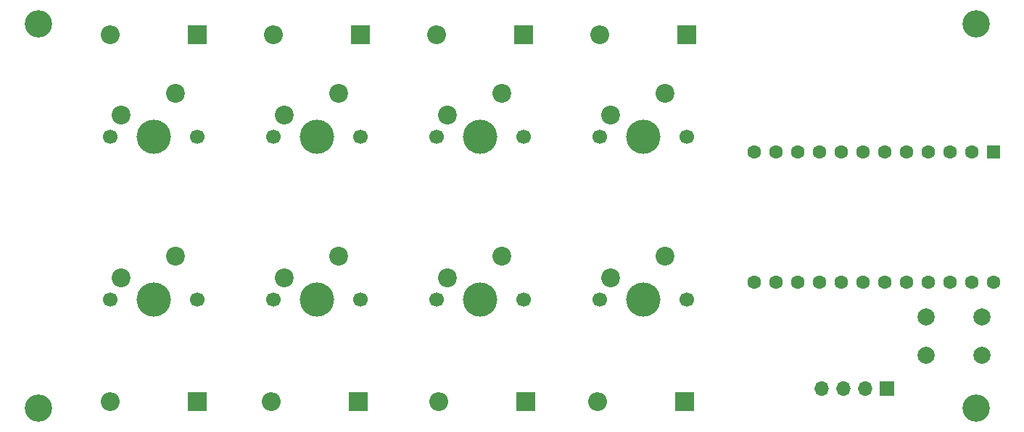
<source format=gbr>
%TF.GenerationSoftware,KiCad,Pcbnew,8.0.5*%
%TF.CreationDate,2024-10-03T21:29:31+02:00*%
%TF.ProjectId,knowabunga-macro,6b6e6f77-6162-4756-9e67-612d6d616372,rev?*%
%TF.SameCoordinates,Original*%
%TF.FileFunction,Soldermask,Bot*%
%TF.FilePolarity,Negative*%
%FSLAX46Y46*%
G04 Gerber Fmt 4.6, Leading zero omitted, Abs format (unit mm)*
G04 Created by KiCad (PCBNEW 8.0.5) date 2024-10-03 21:29:31*
%MOMM*%
%LPD*%
G01*
G04 APERTURE LIST*
%ADD10C,2.000000*%
%ADD11R,1.700000X1.700000*%
%ADD12O,1.700000X1.700000*%
%ADD13C,3.200000*%
%ADD14R,1.600000X1.600000*%
%ADD15C,1.600000*%
%ADD16C,1.700000*%
%ADD17C,4.000000*%
%ADD18C,2.200000*%
%ADD19R,2.200000X2.200000*%
%ADD20O,2.200000X2.200000*%
G04 APERTURE END LIST*
D10*
%TO.C,RST*%
X174700000Y-85816000D03*
X168200000Y-85816000D03*
X174700000Y-81316000D03*
X168200000Y-81316000D03*
%TD*%
D11*
%TO.C,J1*%
X163576000Y-89662000D03*
D12*
X161036000Y-89662000D03*
X158496000Y-89662000D03*
X155956000Y-89662000D03*
%TD*%
D13*
%TO.C,H4*%
X64516000Y-46990000D03*
%TD*%
%TO.C,H3*%
X64516000Y-91948000D03*
%TD*%
%TO.C,H2*%
X173990000Y-46990000D03*
%TD*%
%TO.C,H1*%
X173990000Y-91948000D03*
%TD*%
D14*
%TO.C,U1*%
X176022000Y-61976000D03*
D15*
X173482000Y-61976000D03*
X170942000Y-61976000D03*
X168402000Y-61976000D03*
X165862000Y-61976000D03*
X163322000Y-61976000D03*
X160782000Y-61976000D03*
X158242000Y-61976000D03*
X155702000Y-61976000D03*
X153162000Y-61976000D03*
X150622000Y-61976000D03*
X148082000Y-61976000D03*
X148082000Y-77216000D03*
X150622000Y-77216000D03*
X153162000Y-77216000D03*
X155702000Y-77216000D03*
X158242000Y-77216000D03*
X160782000Y-77216000D03*
X163322000Y-77216000D03*
X165862000Y-77216000D03*
X168402000Y-77216000D03*
X170942000Y-77216000D03*
X173482000Y-77216000D03*
X176022000Y-77216000D03*
%TD*%
D16*
%TO.C,SW8*%
X130048000Y-79248000D03*
D17*
X135128000Y-79248000D03*
D16*
X140208000Y-79248000D03*
D18*
X137668000Y-74168000D03*
X131318000Y-76708000D03*
%TD*%
D16*
%TO.C,SW7*%
X130048000Y-60198000D03*
D17*
X135128000Y-60198000D03*
D16*
X140208000Y-60198000D03*
D18*
X137668000Y-55118000D03*
X131318000Y-57658000D03*
%TD*%
D16*
%TO.C,SW6*%
X110998000Y-79248000D03*
D17*
X116078000Y-79248000D03*
D16*
X121158000Y-79248000D03*
D18*
X118618000Y-74168000D03*
X112268000Y-76708000D03*
%TD*%
D16*
%TO.C,SW5*%
X110998000Y-60198000D03*
D17*
X116078000Y-60198000D03*
D16*
X121158000Y-60198000D03*
D18*
X118618000Y-55118000D03*
X112268000Y-57658000D03*
%TD*%
D16*
%TO.C,SW4*%
X91948000Y-79248000D03*
D17*
X97028000Y-79248000D03*
D16*
X102108000Y-79248000D03*
D18*
X99568000Y-74168000D03*
X93218000Y-76708000D03*
%TD*%
D16*
%TO.C,SW3*%
X91948000Y-60198000D03*
D17*
X97028000Y-60198000D03*
D16*
X102108000Y-60198000D03*
D18*
X99568000Y-55118000D03*
X93218000Y-57658000D03*
%TD*%
D16*
%TO.C,SW2*%
X72898000Y-79248000D03*
D17*
X77978000Y-79248000D03*
D16*
X83058000Y-79248000D03*
D18*
X80518000Y-74168000D03*
X74168000Y-76708000D03*
%TD*%
D16*
%TO.C,SW1*%
X72898000Y-60198000D03*
D17*
X77978000Y-60198000D03*
D16*
X83058000Y-60198000D03*
D18*
X80518000Y-55118000D03*
X74168000Y-57658000D03*
%TD*%
D19*
%TO.C,D8*%
X139954000Y-91186000D03*
D20*
X129794000Y-91186000D03*
%TD*%
D19*
%TO.C,D7*%
X140208000Y-48260000D03*
D20*
X130048000Y-48260000D03*
%TD*%
D19*
%TO.C,D6*%
X121412000Y-91186000D03*
D20*
X111252000Y-91186000D03*
%TD*%
D19*
%TO.C,D5*%
X121158000Y-48260000D03*
D20*
X110998000Y-48260000D03*
%TD*%
D19*
%TO.C,D4*%
X101854000Y-91186000D03*
D20*
X91694000Y-91186000D03*
%TD*%
D19*
%TO.C,D3*%
X102108000Y-48260000D03*
D20*
X91948000Y-48260000D03*
%TD*%
D19*
%TO.C,D2*%
X83058000Y-91186000D03*
D20*
X72898000Y-91186000D03*
%TD*%
D19*
%TO.C,D1*%
X83058000Y-48260000D03*
D20*
X72898000Y-48260000D03*
%TD*%
M02*

</source>
